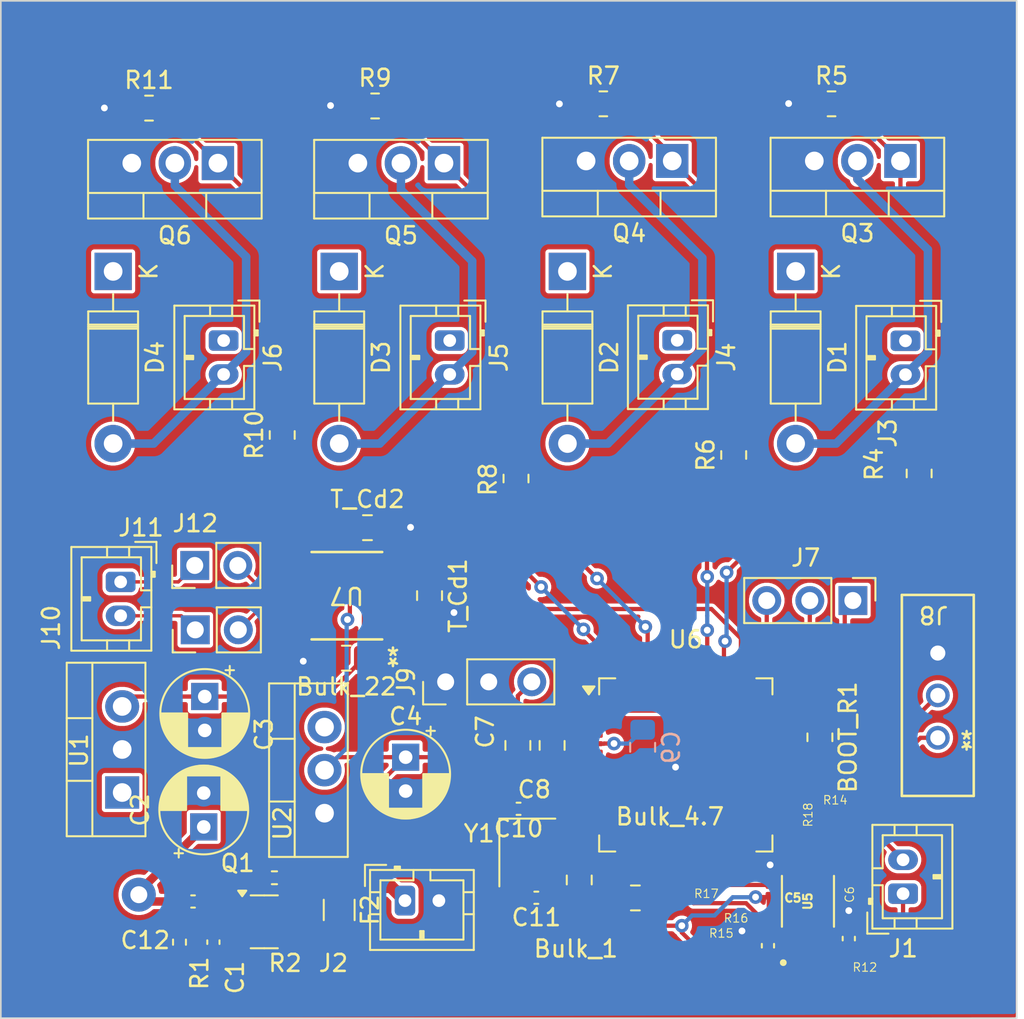
<source format=kicad_pcb>
(kicad_pcb (version 20241229) (generator "pcbnew") (generator_version "9.0")
  (layers (0 "F.Cu" signal) (4 "In1.Cu" signal) (6 "In2.Cu" signal) (2 "B.Cu" signal) (13 "F.Paste" user) (15 "B.Paste" user) (5 "F.SilkS" user "F.Silkscreen") (7 "B.SilkS" user "B.Silkscreen") (1 "F.Mask" user) (3 "B.Mask" user) (25 "Edge.Cuts" user))
  (net 0 "")
  (net 1 "GND")
  (net 2 "SLN1-")
  (net 3 "SLN2-")
  (net 4 "SLN3-")
  (net 5 "SLN4-")
  (net 6 "Net-(J8-Pin_2)")
  (net 7 "SDA")
  (net 8 "SCL")
  (net 9 "Net-(Q3-G)")
  (net 10 "Net-(Q4-G)")
  (net 11 "Net-(Q5-G)")
  (net 12 "Net-(Q6-G)")
  (net 13 "12V")
  (net 14 "S1CTRL")
  (net 15 "S2CTRL")
  (net 16 "S3CTRL")
  (net 17 "S4CTRL")
  (net 18 "RCC_OSC_IN")
  (net 21 "RCC_OSC_OUT")
  (net 26 "SCL_ext")
  (net 27 "SDA_ext")
  (net 28 "Net-(U5-EN)")
  (net 29 "Net-(U5-READY)")
  (net 30 "/SWCLK")
  (net 31 "VBAT")
  (net 32 "+12V_fuse")
  (net 33 "/SWDIO")
  (net 34 "/NRST")
  (net 53 "FDCAN_TX")
  (net 62 "USART1+")
  (net 64 "FDCAN_RX")
  (net 77 "USART1-")
  (net 78 "5V")
  (net 79 "CAN+")
  (net 80 "CAN-")
  (net 81 "3.3V")
  (net 82 "Net-(Q1-G)")
  (net 83 "Net-(Q1-S)")
  (footprint "Capacitor_SMD:C_0805_2012Metric_Pad1.18x1.45mm_HandSolder" (layer "F.Cu") (at 179.4005 93.2405 90)
    (property "Reference" "Bulk_1")
    (property "Value" "1uF")
  )
  (footprint "Crystal:Crystal_SMD_3225-4Pin_3.2x2.5mm" (layer "F.Cu") (at 176.338 91.6205 -90)
    (property "Reference" "Y1")
    (property "Value" "16Mhz")
  )
  (footprint "Connector_PinHeader_2.54mm:PinHeader_1x02_P2.54mm_Vertical" (layer "F.Cu") (at 156.7205 74.6805 90)
    (property "Reference" "J11")
    (property "Value" "Conn_01x02")
  )
  (footprint "Package_QFP:LQFP-64_10x10mm_P0.5mm" (layer "F.Cu") (at 185.6855 86.4505)
    (property "Reference" "U6")
    (property "Value" "STM32G0B1RETx")
  )
  (footprint "Connector_JST:JST_PH_B2B-PH-K_1x02_P2.00mm_Vertical" (layer "F.Cu") (at 158.4255 61.4065 -90)
    (property "Reference" "J6")
    (property "Value" "2X1")
  )
  (footprint "Package_TO_SOT_THT:TO-220-3_Vertical" (layer "F.Cu") (at 152.4405 88.0805 90)
    (property "Reference" "U1")
    (property "Value" "L7805")
  )
  (footprint "Package_TO_SOT_THT:TO-220-3_Vertical" (layer "F.Cu") (at 158.0875 50.9365 180)
    (property "Reference" "Q6")
    (property "Value" "FQP30N06L")
  )
  (footprint "Capacitor_SMD:C_0201_0603Metric" (layer "F.Cu") (at 190.5805 95.4355 90)
    (property "Reference" "R16")
    (property "Value" "10k")
  )
  (footprint "Connector_JST:JST_PH_B2B-PH-K_1x02_P2.00mm_Vertical" (layer "F.Cu") (at 198.6425 61.4225 -90)
    (property "Reference" "J3")
    (property "Value" "2X1")
  )
  (footprint "Resistor_SMD:R_0805_2012Metric_Pad1.20x1.40mm_HandSolder" (layer "F.Cu") (at 167.3585 47.5635)
    (property "Reference" "R9")
    (property "Value" "10k")
  )
  (footprint "Capacitor_SMD:C_0402_1005Metric" (layer "F.Cu") (at 157.8205 96.9105 -90)
    (property "Reference" "C1")
    (property "Value" "4.7u")
  )
  (footprint "Diode_THT:D_DO-41_SOD81_P10.16mm_Horizontal" (layer "F.Cu") (at 151.9065 57.3265 -90)
    (property "Reference" "D4")
    (property "Value" "1N47xxA")
  )
  (footprint "Capacitor_SMD:C_0805_2012Metric_Pad1.18x1.45mm_HandSolder" (layer "F.Cu") (at 165.6618 80.1505 180)
    (property "Reference" "Bulk_22")
    (property "Value" "22uF")
  )
  (footprint "Capacitor_SMD:C_0805_2012Metric_Pad1.18x1.45mm_HandSolder" (layer "F.Cu") (at 182.7105 94.3005)
    (property "Reference" "Bulk_4.7")
    (property "Value" "4.7uF")
  )
  (footprint "Capacitor_THT:CP_Radial_D5.0mm_P2.00mm" (layer "F.Cu") (at 169.1605 85.995388 -90)
    (property "Reference" "C4")
    (property "Value" "10u")
  )
  (footprint "Diode_THT:D_DO-41_SOD81_P10.16mm_Horizontal" (layer "F.Cu") (at 178.7035 57.3265 -90)
    (property "Reference" "D2")
    (property "Value" "1N47xxA")
  )
  (footprint "Connector_JST:JST_PH_B2B-PH-K_1x02_P2.00mm_Vertical" (layer "F.Cu") (at 152.35 75.65 -90)
    (property "Reference" "J12")
    (property "Value" "2X1")
  )
  (footprint "Connector_JST:JST_PH_B2B-PH-K_1x02_P2.00mm_Vertical" (layer "F.Cu") (at 169.1205 94.4605)
    (property "Reference" "J2")
    (property "Value" "2X1")
  )
  (footprint "Resistor_SMD:R_0805_2012Metric_Pad1.20x1.40mm_HandSolder" (layer "F.Cu") (at 154.0235 47.6905)
    (property "Reference" "R11")
    (property "Value" "10k")
  )
  (footprint "Diode_THT:D_DO-41_SOD81_P10.16mm_Horizontal" (layer "F.Cu") (at 192.1655 57.3265 -90)
    (property "Reference" "D1")
    (property "Value" "1N47xxA")
  )
  (footprint "Capacitor_SMD:C_0201_0603Metric" (layer "F.Cu") (at 195.3205 89.5805)
    (property "Reference" "R14")
    (property "Value" "10k")
  )
  (footprint "Capacitor_SMD:C_0402_1005Metric" (layer "F.Cu") (at 190.5305 97.1205 -90)
    (property "Reference" "C5")
    (property "Value" "0.1u")
  )
  (footprint "Connector_PinHeader_2.54mm:PinHeader_1x03_P2.54mm_Vertical" (layer "F.Cu") (at 171.52 81.55 90)
    (property "Reference" "J9")
    (property "Value" "Conn_01x03_Pin")
  )
  (footprint "Resistor_SMD:R_0805_2012Metric_Pad1.20x1.40mm_HandSolder" (layer "F.Cu") (at 193.5955 84.8205 -90)
    (property "Reference" "BOOT_R1")
    (property "Value" "10k")
  )
  (footprint "Capacitor_SMD:C_0201_0603Metric" (layer "F.Cu") (at 193.5555 90.7305)
    (property "Reference" "R18")
    (property "Value" "10k")
  )
  (footprint "Capacitor_SMD:C_0805_2012Metric_Pad1.18x1.45mm_HandSolder" (layer "F.Cu") (at 170.5705 76.4605 -90)
    (property "Reference" "T_Cd1")
    (property "Value" "100nF")
  )
  (footprint "Resistor_SMD:R_0805_2012Metric_Pad1.20x1.40mm_HandSolder" (layer "F.Cu") (at 180.8205 47.4365)
    (property "Reference" "R7")
    (property "Value" "10k")
  )
  (footprint "Package_TO_SOT_THT:TO-220-3_Vertical" (layer "F.Cu") (at 198.3465 50.8095 180)
    (property "Reference" "Q3")
    (property "Value" "FQP30N06L")
  )
  (footprint "Capacitor_SMD:C_0201_0603Metric" (layer "F.Cu") (at 187.7805 97.4405)
    (property "Reference" "R15")
    (property "Value" "10k")
  )
  (footprint "Capacitor_SMD:C_0402_1005Metric" (layer "F.Cu") (at 195.3 96.7 -90)
    (property "Reference" "C6")
    (property "Value" "0.1u")
  )
  (footprint "Capacitor_SMD:C_0201_0603Metric" (layer "F.Cu") (at 190.5905 93.8555 90)
    (property "Reference" "R17")
    (property "Value" "10k")
  )
  (footprint "Connector_JST:JST_PH_B2B-PH-K_1x02_P2.00mm_Vertical" (layer "F.Cu") (at 198.5 94.05 90)
    (property "Reference" "J1")
    (property "Value" "2X1")
  )
  (footprint "Connector_PinHeader_2.54mm:PinHeader_1x03_P2.54mm_Vertical" (layer "F.Cu") (at 195.54 76.75 -90)
    (property "Reference" "J7")
    (property "Value" "Conn_01x03_Pin")
  )
  (footprint "Capacitor_SMD:C_0402_1005Metric_Pad0.74x0.62mm_HandSolder" (layer "F.Cu") (at 176.868 94.2905 180)
    (property "Reference" "C11")
    (property "Value" "10pF")
  )
  (footprint "Capacitor_SMD:C_0805_2012Metric_Pad1.18x1.45mm_HandSolder" (layer "F.Cu") (at 177.8 85.3 -90)
    (property "Reference" "C8")
    (property "Value" "100nF")
  )
  (footprint "Capacitor_SMD:C_0805_2012Metric_Pad1.18x1.45mm_HandSolder" (layer "F.Cu") (at 166.908 72.4505)
    (property "Reference" "T_Cd2")
    (property "Value" "100nF")
  )
  (footprint "Resistor_SMD:R_0805_2012Metric_Pad1.20x1.40mm_HandSolder" (layer "F.Cu") (at 199.45 69.25 90)
    (property "Reference" "R4")
    (property "Value" "330")
  )
  (footprint "Capacitor_THT:CP_Radial_D5.0mm_P2.00mm" (layer "F.Cu") (at 157.2505 90.1105 90)
    (property "Reference" "C2")
    (property "Value" "10u")
  )
  (footprint "Capacitor_SMD:C_0201_0603Metric" (layer "F.Cu") (at 196.65 97.25 180)
    (property "Reference" "R12")
    (property "Value" "10k")
  )
  (footprint "custom_components:SOIC8_4P9X3P9MC_MCH" (layer "F.Cu") (at 165.6943 76.4655 180)
    (property "Reference" "U7")
    (property "Value" "ATA6561-GAQW-N")
  )
  (footprint "Connector_PinHeader_2.54mm:PinHeader_1x02_P2.54mm_Vertical" (layer "F.Cu") (at 156.7505 78.4805 90)
    (property "Reference" "J10")
    (property "Value" "Conn_01x02")
  )
  (footprint "Package_TO_SOT_THT:TO-220-3_Vertical" (layer "F.Cu") (at 171.4225 50.9365 180)
    (property "Reference" "Q5")
    (property "Value" "FQP30N06L")
  )
  (footprint "Diode_THT:D_DO-41_SOD81_P10.16mm_Horizontal" (layer "F.Cu") (at 165.2415 57.3265 -90)
    (property "Reference" "D3")
    (property "Value" "1N47xxA")
  )
  (footprint "Fuse:Fuse_1206_3216Metric" (layer "F.Cu") (at 165.2405 95.0105 -90)
    (property "Reference" "F2")
    (property "Value" "10A")
  )
  (footprint "Package_TO_SOT_SMD:SOT-23-3" (layer "F.Cu") (at 160.8205 95.7105)
    (property "Reference" "Q1")
    (property "Value" "NTR0202PLT1G")
  )
  (footprint "Resistor_SMD:R_0402_1005Metric" (layer "F.Cu") (at 161.4205 93.1105 180)
    (property "Reference" "R2")
    (property "Value" "100")
  )
  (footprint "Connector_JST:JST_PH_B2B-PH-K_1x02_P2.00mm_Vertical" (layer "F.Cu") (at 185.1805 61.3905 -90)
    (property "Reference" "J4")
    (property "Value" "2X1")
  )
  (footprint "Resistor_SMD:R_0805_2012Metric_Pad1.20x1.40mm_HandSolder" (layer "F.Cu") (at 175.6705 69.5505 90)
    (property "Reference" "R8")
    (property "Value" "330")
  )
  (footprint "Resistor_SMD:R_0805_2012Metric_Pad1.20x1.40mm_HandSolder" (layer "F.Cu") (at 161.8805 66.9805 90)
    (property "Reference" "R10")
    (property "Value" "330")
  )
  (footprint "Capacitor_SMD:C_0402_1005Metric_Pad0.74x0.62mm_HandSolder" (layer "F.Cu") (at 175.8205 89.0405 180)
    (property "Reference" "C10")
    (property "Value" "10pF")
  )
  (footprint "TCA4307:SOP65P490X110-8N" (layer "F.Cu") (at 192.8905 94.5005 90)
    (property "Reference" "U5")
    (property "Value" "TCA4307")
  )
  (footprint "Capacitor_SMD:C_0805_2012Metric_Pad1.18x1.45mm_HandSolder" (layer "F.Cu") (at 175.78 85.3 -90)
    (property "Reference" "C7")
    (property "Value" "100nF")
  )
  (footprint "Connector_JST:JST_PH_B2B-PH-K_1x02_P2.00mm_Vertical" (layer "F.Cu") (at 171.7605 61.4065 -90)
    (property "Reference" "J5")
    (property "Value" "2X1")
  )
  (footprint "Resistor_SMD:R_0402_1005Metric" (layer "F.Cu") (at 155.8205 96.9105 -90)
    (property "Reference" "R1")
    (property "Value" "47k")
  )
  (footprint "Capacitor_THT:CP_Radial_D5.0mm_P2.00mm" (layer "F.Cu") (at 157.3105 82.415388 -90)
    (property "Reference" "C3")
    (property "Value" "10u")
  )
  (footprint "Resistor_SMD:R_0805_2012Metric_Pad1.20x1.40mm_HandSolder" (layer "F.Cu") (at 194.2825 47.4365)
    (property "Reference" "R5")
    (property "Value" "10k")
  )
  (footprint "Package_TO_SOT_THT:TO-220-3_Vertical" (layer "F.Cu") (at 184.8845 50.8095 180)
    (property "Reference" "Q4")
    (property "Value" "FQP30N06L")
  )
  (footprint "Capacitor_SMD:C_0402_1005Metric" (layer "F.Cu") (at 156.6205 94.5105 180)
    (property "Reference" "C12")
    (property "Value" "4.7u")
  )
  (footprint "custom_components:slide_switch_EGER1218_Thruster" (layer "F.Cu") (at 200.55 84.85 180)
    (property "Reference" "J8")
    (property "Value" "Conn_01x03")
  )
  (footprint "Resistor_SMD:R_0805_2012Metric_Pad1.20x1.40mm_HandSolder" (layer "F.Cu") (at 188.5105 68.1605 90)
    (property "Reference" "R6")
    (property "Value" "330")
  )
  (footprint "Package_TO_SOT_THT:TO-220-3_Vertical" (layer "F.Cu") (at 164.3755 89.3005 90)
    (property "Reference" "U2")
    (property "Value" "LD1117V33")
  )
  (footprint "Capacitor_SMD:C_0805_2012Metric_Pad1.18x1.45mm_HandSolder" (layer "B.Cu") (at 183.1405 85.4105 90)
    (property "Reference" "C9")
    (property "Value" "100nF")
  )
  (gr_rect (start 145.283113 41.359887) (end 205.2 101.4) (stroke (width 0.1)) (fill no) (layer "Edge.Cuts"))
  (segment (start 161.9305 93.1105) (end 161.9305 91.7455) (width 0.5) (layer "F.Cu") (net 1))
  (segment (start 177.85 86.8375) (end 177.987 86.7005) (width 0.25) (layer "F.Cu") (net 1))
  (segment (start 177.8355 86.533) (end 177.8705 86.498) (width 0.25) (layer "F.Cu") (net 1))
  (segment (start 179.8205 47.4365) (end 179.8045 47.4525) (width 0.25) (layer "F.Cu") (net 1))
  (segment (start 169.1605 87.995388) (end 173.885612 92.7205) (width 0.25) (layer "F.Cu") (net 1))
  (segment (start 163.2305 78.7567) (end 164.6243 80.1505) (width 0.25) (layer "F.Cu") (net 1))
  (segment (start 171.973 77.498) (end 172.0105 77.4605) (width 0.25) (layer "F.Cu") (net 1))
  (segment (start 176.9365 94.9265) (end 176.3005 94.2905) (width 0.25) (layer "F.Cu") (net 1))
  (segment (start 190.14 96.25) (end 190.5305 96.6405) (width 0.25) (layer "F.Cu") (net 1))
  (segment (start 193.2665 47.4525) (end 193.2665 50.8095) (width 0.25) (layer "F.Cu") (net 1))
  (segment (start 175.488 92.443) (end 175.488 92.7205) (width 0.25) (layer "F.Cu") (net 1))
  (segment (start 156.185388 85.5405) (end 157.3105 84.415388) (width 0.25) (layer "F.Cu") (net 1))
  (segment (start 179.4005 94.278) (end 178.752 94.9265) (width 0.25) (layer "F.Cu") (net 1))
  (segment (start 173.885612 92.7205) (end 175.488 92.7205) (width 0.25) (layer "F.Cu") (net 1))
  (segment (start 152.4405 85.5405) (end 156.185388 85.5405) (width 0.25) (layer "F.Cu") (net 1))
  (segment (start 191.7665 47.4365) (end 191.7505 47.4205) (width 0.25) (layer "F.Cu") (net 1))
  (segment (start 169.1605 87.995388) (end 174.122112 87.995388) (width 0.25) (layer "F.Cu") (net 1))
  (segment (start 166.3585 47.5635) (end 166.3425 47.5795) (width 0.25) (layer "F.Cu") (net 1))
  (segment (start 175.488 93.478) (end 175.488 92.7205) (width 0.25) (layer "F.Cu") (net 1))
  (segment (start 170.205612 89.0405) (end 169.1605 87.995388) (width 0.25) (layer "F.Cu") (net 1))
  (segment (start 178.187 86.7245) (end 179.3 86.7245) (width 0.25) (layer "F.Cu") (net 1))
  (segment (start 166.3585 47.5635) (end 164.7535 47.5635) (width 0.25) (layer "F.Cu") (net 1))
  (segment (start 177.8705 86.498) (end 178.073 86.7005) (width 0.25) (layer "F.Cu") (net 1))
  (segment (start 161.9305 91.7455) (end 164.3755 89.3005) (width 0.5) (layer "F.Cu") (net 1))
  (segment (start 195.3 95.05) (end 195.3 96.22) (width 0.25) (layer "F.Cu") (net 1))
  (segment (start 177.188 90.5205) (end 177.188 90.743) (width 0.25) (layer "F.Cu") (net 1))
  (segment (start 164.6243 80.1505) (end 163.3005 80.1505) (width 0.25) (layer "F.Cu") (net 1))
  (segment (start 177.8 86.3375) (end 178.187 86.7245) (width 0.25) (layer "F.Cu") (net 1))
  (segment (start 169.4305 72.4505) (end 169.4505 72.4305) (width 0.25) (layer "F.Cu") (net 1))
  (segment (start 163.2305 78.3705) (end 163.2305 78.7567) (width 0.25) (layer "F.Cu") (net 1))
  (segment (start 179.8205 47.4365) (end 178.2345 47.4365) (width 0.25) (layer "F.Cu") (net 1))
  (segment (start 153.0075 47.7065) (end 153.0075 50.9365) (width 0.25) (layer "F.Cu") (net 1))
  (segment (start 153.0235 47.6905) (end 151.4005 47.6905) (width 0.25) (layer "F.Cu") (net 1))
  (segment (start 178.752 94.9265) (end 176.9365 94.9265) (width 0.25) (layer "F.Cu") (net 1))
  (segment (start 170.173 77.1005) (end 170.5705 77.498) (width 0.25) (layer "F.Cu") (net 1))
  (segment (start 193.2825 47.4365) (end 191.7665 47.4365) (width 0.25) (layer "F.Cu") (net 1))
  (segment (start 177.6705 86.698) (end 177.8705 86.498) (width 0.25) (layer "F.Cu") (net 1))
  (segment (start 189 96.25) (end 190.14 96.25) (width 0.25) (layer "F.Cu") (net 1))
  (segment (start 164.7535 47.5635) (end 164.7305 47.5405) (width 0.25) (layer "F.Cu") (net 1))
  (segment (start 170.5705 77.498) (end 171.973 77.498) (width 0.25) (layer "F.Cu") (net 1))
  (segment (start 166.3425 47.5795) (end 166.3425 50.9365) (width 0.25) (layer "F.Cu") (net 1))
  (segment (start 190.6605 92.3505) (end 191.9155 92.3505) (width 0.25) (layer "F.Cu") (net 1))
  (segment (start 174.122112 87.995388) (end 175.78 86.3375) (width 0.25) (layer "F.Cu") (net 1))
  (segment (start 177.188 90.743) (end 175.488 92.443) (width 0.25) (layer "F.Cu") (net 1))
  (segment (start 178.2345 47.4365) (end 178.2305 47.4405) (width 0.25) (layer "F.Cu") (net 1))
  (segment (start 193.2825 47.4365) (end 193.2665 47.4525) (width 0.25) (layer "F.Cu") (net 1))
  (segment (start 153.0235 47.6905) (end 153.0075 47.7065) (width 0.25) (layer "F.Cu") (net 1))
  (segment (start 176.3005 94.2905) (end 175.488 93.478) (width 0.25) (layer "F.Cu") (net 1))
  (segment (start 168.1581 77.1005) (end 170.173 77.1005) (width 0.25) (layer "F.Cu") (net 1))
  (segment (start 163.3005 80.1505) (end 163.1205 80.3305) (width 0.25) (layer "F.Cu") (net 1))
  (segment (start 151.4005 47.6905) (end 151.3905 47.6805) (width 0.25) (layer "F.Cu") (net 1))
  (segment (start 167.9455 72.4505) (end 169.4305 72.4505) (width 0.25) (layer "F.Cu") (net 1))
  (segment (start 179.8045 47.4525) (end 179.8045 50.8095) (width 0.25) (layer "F.Cu") (net 1))
  (via (at 195.3 95.05) (size 0.8) (drill 0.4) (layers "F.Cu" "B.Cu") (net 1))
  (via (at 189 96.25) (size 0.8) (drill 0.4) (layers "F.Cu" "B.Cu") (net 1))
  (via (at 191.7505 47.4205) (size 0.8) (drill 0.4) (layers "F.Cu" "B.Cu") (net 1))
  (via (at 178.2305 47.4405) (size 0.8) (drill 0.4) (layers "F.Cu" "B.Cu") (net 1))
  (via (at 172.0105 77.4605) (size 0.8) (drill 0.4) (layers "F.Cu" "B.Cu") (net 1))
  (via (at 163.1205 80.3305) (size 0.8) (drill 0.4) (layers "F.Cu" "B.Cu") (net 1))
  (via (at 190.6605 92.3505) (size 0.8) (drill 0.4) (layers "F.Cu" "B.Cu") (net 1))
  (via (at 169.4505 72.4305) (size 0.8) (drill 0.4) (layers "F.Cu" "B.Cu") (net 1))
  (via (at 164.7305 47.5405) (size 0.8) (drill 0.4) (layers "F.Cu" "B.Cu") (net 1))
  (via (at 185.0805 86.5805) (size 0.8) (drill 0.4) (layers "F.Cu" "B.Cu") (net 1))
  (via (at 151.3905 47.6805) (size 0.8) (drill 0.4) (layers "F.Cu" "B.Cu") (net 1))
  (segment (start 183.273 86.5805) (end 183.1405 86.448) (width 0.25) (layer "B.Cu") (net 1))
  (segment (start 167.172613 88.631387) (end 167.045613 88.504387) (width 0.25) (layer "B.Cu") (net 1))
  (segment (start 182.918 86.6705) (end 183.1405 86.448) (width 0.25) (layer "B.Cu") (net 1))
  (segment (start 185.0805 86.5805) (end 183.273 86.5805) (width 0.25) (layer "B.Cu") (net 1))
  (segment (start 167.045613 88.504387) (end 167.045613 88.504387) (width 0.25) (layer "B.Cu") (net 1))
  (segment (start 198.6425 63.4225) (end 198.6165 63.4225) (width 0.5) (layer "F.Cu") (net 2))
  (segment (start 195.8065 50.8095) (end 195.8065 51.8815) (width 0.5) (layer "F.Cu") (net 2))
  (segment (start 194.5525 67.4865) (end 192.1655 67.4865) (width 0.5) (layer "B.Cu") (net 2))
  (segment (start 199.9675 56.0425) (end 199.9675 62.0975) (width 0.5) (layer "B.Cu") (net 2))
  (segment (start 198.6165 63.4225) (end 194.5525 67.4865) (width 0.5) (layer "B.Cu") (net 2))
  (segment (start 195.8065 51.8815) (end 199.9675 56.0425) (width 0.5) (layer "B.Cu") (net 2))
  (segment (start 199.9675 62.0975) (end 198.6425 63.4225) (width 0.5) (layer "B.Cu") (net 2))
  (segment (start 185.1805 63.3905) (end 185.1805 63.3965) (width 0.5) (layer "F.Cu") (net 3))
  (segment (start 186.6625 61.9085) (end 185.1805 63.3905) (width 0.5) (layer "B.Cu") (net 3))
  (segment (start 181.0905 67.4865) (end 178.7035 67.4865) (width 0.5) (layer "B.Cu") (net 3))
  (segment (start 186.6625 56.5325) (end 186.6625 61.9085) (width 0.5) (layer "B.Cu") (net 3))
  (segment (start 182.3445 52.2145) (end 186.6625 56.5325) (width 0.5) (layer "B.Cu") (net 3))
  (segment (start 185.1805 63.3965) (end 181.0905 67.4865) (width 0.5) (layer "B.Cu") (net 3))
  (segment (start 185.613613 63.231387) (end 185.629613 63.215387) (width 0.5) (layer "B.Cu") (net 3))
  (segment (start 182.3445 50.8095) (end 182.3445 52.2145) (width 0.5) (layer "B.Cu") (net 3))
  (segment (start 185.629613 63.215387) (end 185.661613 63.247387) (width 0.5) (layer "B.Cu") (net 3))
  (segment (start 171.7605 63.4065) (end 171.7085 63.4065) (width 0.5) (layer "F.Cu") (net 4))
  (segment (start 173.0855 56.7195) (end 173.0855 62.0815) (width 0.5) (layer "B.Cu") (net 4))
  (segment (start 173.0855 62.0815) (end 171.7605 63.4065) (width 0.5) (layer "B.Cu") (net 4))
  (segment (start 167.6285 67.4865) (end 165.2415 67.4865) (width 0.5) (layer "B.Cu") (net 4))
  (segment (start 168.8825 50.9365) (end 168.8825 52.5165) (width 0.5) (layer "B.Cu") (net 4))
  (segment (start 171.7085 63.4065) (end 167.6285 67.4865) (width 0.5) (layer "B.Cu") (net 4))
  (segment (start 168.8825 52.5165) (end 173.0855 56.7195) (width 0.5) (layer "B.Cu") (net 4))
  (segment (start 158.4255 63.4065) (end 158.3735 63.4065) (width 0.5) (layer "F.Cu") (net 5))
  (segment (start 154.2935 67.4865) (end 151.9065 67.4865) (width 0.5) (layer "B.Cu") (net 5))
  (segment (start 159.7505 56.4655) (end 159.7505 62.0815) (width 0.5) (layer "B.Cu") (net 5))
  (segment (start 155.5475 50.9365) (end 155.5475 52.2625) (width 0.5) (layer "B.Cu") (net 5))
  (segment (start 159.7505 62.0815) (end 158.4255 63.4065) (width 0.5) (layer "B.Cu") (net 5))
  (segment (start 155.5475 52.2625) (end 159.7505 56.4655) (width 0.5) (layer "B.Cu") (net 5))
  (segment (start 158.3735 63.4065) (end 154.2935 67.4865) (width 0.5) (layer "B.Cu") (net 5))
  (segment (start 193.5955 85.8205) (end 197.0795 85.8205) (width 0.25) (layer "F.Cu") (net 6))
  (segment (start 197.0795 85.8205) (end 200.55 82.35) (width 0.25) (layer "F.Cu") (net 6))
  (segment (start 190.775726 95.7555) (end 190.5805 95.7555) (width 0.25) (layer "F.Cu") (net 7))
  (segment (start 189.240274 94.6105) (end 186.14269 94.6105) (width 0.25) (layer "F.Cu") (net 7))
  (segment (start 190.385274 95.7555) (end 189.240274 94.6105) (width 0.25) (layer "F.Cu") (net 7))
  (segment (start 192.5655 95.87786) (end 192.18814 95.5005) (width 0.25) (layer "F.Cu") (net 7))
  (segment (start 186.14269 94.6105) (end 184.9355 93.40331) (width 0.25) (layer "F.Cu") (net 7))
  (segment (start 184.9355 93.40331) (end 184.9355 92.1255) (width 0.25) (layer "F.Cu") (net 7))
  (segment (start 192.18814 95.5005) (end 191.030726 95.5005) (width 0.25) (layer "F.Cu") (net 7))
  (segment (start 191.030726 95.5005) (end 190.775726 95.7555) (width 0.25) (layer "F.Cu") (net 7))
  (segment (start 192.5655 96.6505) (end 192.5655 95.87786) (width 0.25) (layer "F.Cu") (net 7))
  (segment (start 190.5805 95.7555) (end 190.385274 95.7555) (width 0.25) (layer "F.Cu") (net 7))
  (segment (start 185.8705 93.5355) (end 185.4355 93.1005) (width 0.25) (layer "F.Cu") (net 8))
  (segment (start 185.4355 93.1005) (end 185.4355 92.1255) (width 0.25) (layer "F.Cu") (net 8))
  (segment (start 192.5655 92.3505) (end 192.5655 93.12314) (width 0.25) (layer "F.Cu") (net 8))
  (segment (start 190.5905 93.5355) (end 185.8705 93.5355) (width 0.25) (layer "F.Cu") (net 8))
  (segment (start 192.15314 93.5355) (end 190.5905 93.5355) (width 0.25) (layer "F.Cu") (net 8))
  (segment (start 192.5655 93.12314) (end 192.15314 93.5355) (width 0.25) (layer "F.Cu") (net 8))
  (segment (start 195.2825 47.7455) (end 198.3465 50.8095) (width 0.25) (layer "F.Cu") (net 9))
  (segment (start 201.1205 66.5795) (end 199.45 68.25) (width 0.25) (layer "F.Cu") (net 9))
  (segment (start 201.1205 55.2105) (end 201.1205 66.5795) (width 0.25) (layer "F.Cu") (net 9))
  (segment (start 201.1205 55.2105) (end 198.3465 52.4365) (width 0.25) (layer "F.Cu") (net 9))
  (segment (start 195.2825 47.4365) (end 195.2825 47.7455) (width 0.25) (layer "F.Cu") (net 9))
  (segment (start 198.3465 52.4365) (end 198.3465 50.8095) (width 0.25) (layer "F.Cu") (net 9))
  (segment (start 188.5105 54.4355) (end 188.5105 67.1605) (width 0.25) (layer "F.Cu") (net 10))
  (segment (start 181.8205 47.4365) (end 184.8845 50.5005) (width 0.25) (layer "F.Cu") (net 10))
  (segment (start 184.8845 50.5005) (end 184.8845 50.8095) (width 0.25) (layer "F.Cu") (net 10))
  (segment (start 184.8845 50.8095) (end 188.5105 54.4355) (width 0.25) (layer "F.Cu") (net 10))
  (segment (start 168.3585 47.8725) (end 171.4225 50.9365) (width 0.25) (layer "F.Cu") (net 11))
  (segment (start 175.6705 55.1845) (end 171.4225 50.9365) (width 0.25) (layer "F.Cu") (net 11))
  (segment (start 168.3585 47.5635) (end 168.3585 47.8725) (width 0.25) (layer "F.Cu") (net 11))
  (segment (start 175.6705 68.5505) (end 175.6705 55.1845) (width 0.25) (layer "F.Cu") (net 11))
  (segment (start 161.8805 65.9805) (end 161.8805 54.7295) (width 0.25) (layer "F.Cu") (net 12))
  (segment (start 155.0235 47.6905) (end 155.0235 47.8725) (width 0.25) (layer "F.Cu") (net 12))
  (segment (start 155.0235 47.8725) (end 158.0875 50.9365) (width 0.25) (layer "F.Cu") (net 12))
  (segment (start 161.8805 54.7295) (end 158.0875 50.9365) (width 0.25) (layer "F.Cu") (net 12))
  (segment (start 158.433 93.5105) (end 156.830501 93.5105) (width 0.5) (layer "F.Cu") (net 13))
  (segment (start 153.4205 94.1105) (end 153.4205 93.9405) (width 0.5) (layer "F.Cu") (net 13))
  (segment (start 153.4205 93.9405) (end 157.2505 90.1105) (width 0.5) (layer "F.Cu") (net 13))
  (segment (start 153.8205 94.5105) (end 153.4205 94.1105) (width 0.5) (layer "F.Cu") (net 13))
  (segment (start 156.1405 94.200501) (end 156.1405 94.5105) (width 0.5) (layer "F.Cu") (net 13))
  (segment (start 159.683 94.7605) (end 158.433 93.5105) (width 0.5) (layer "F.Cu") (net 13))
  (segment (start 156.1405 94.5105) (end 153.8205 94.5105) (width 0.5) (layer "F.Cu") (net 13))
  (segment (start 156.830501 93.5105) (end 156.1405 94.200501) (width 0.5) (layer "F.Cu") (net 13))
  (via (at 153.4205 94.1105) (size 2) (drill 1) (layers "F.Cu" "B.Cu") (net 13))
  (segment (start 188.0905 75.0905) (end 187.9355 75.2455) (width 0.25) (layer "F.Cu") (net 14))
  (segment (start 188 79.15) (end 187.9355 79.2145) (width 0.25) (layer "F.Cu") (net 14))
  (segment (start 199.45 70.25) (end 192.931 70.25) (width 0.25) (layer "F.Cu") (net 14))
  (segment (start 192.931 70.25) (end 188.0905 75.0905) (width 0.25) (layer "F.Cu") (net 14))
  (segment (start 187.9355 79.2145) (end 187.9355 80.7755) (width 0.25) (layer "F.Cu") (net 14))
  (via (at 188 79.15) (size 0.8) (drill 0.4) (layers "F.Cu" "B.Cu") (net 14))
  (via (at 188.0905 75.0905) (size 0.8) (drill 0.4) (layers "F.Cu" "B.Cu") (net 14))
  (segment (start 188.0905 75.0905) (end 188.0905 79.0595) (width 0.25) (layer "B.Cu") (net 14))
  (segment (start 188.0905 79.0595) (end 188 79.15) (width 0.25) (layer "B.Cu") (net 14))
  (segment (start 186.95 80.761) (end 186.9355 80.7755) (width 0.25) (layer "F.Cu") (net 15))
  (segment (start 186.95 78.5) (end 186.95 80.761) (width 0.25) (layer "F.Cu") (net 15))
  (segment (start 186.9355 70.7355) (end 186.9355 75.3355) (width 0.25) (layer "F.Cu") (net 15))
  (segment (start 186.9355 70.7355) (end 188.5105 69.1605) (width 0.25) (layer "F.Cu") (net 15))
  (segment (start 186.9355 75.3355) (end 186.95 75.35) (width 0.25) (layer "F.Cu") (net 15))
  (via (at 186.95 75.35) (size 0.8) (drill 0.4) (layers "F.Cu" "B.Cu") (net 15))
  (via (at 186.95 78.5) (size 0.8) (drill 0.4) (layers "F.Cu" "B.Cu") (net 15))
  (segment (start 186.95 77.65) (end 186.95 78.5) (width 0.25) (layer "B.Cu") (net 15))
  (segment (start 186.95 75.35) (end 186.95 77.65) (width 0.25) (layer "B.Cu") (net 15))
  (segment (start 183.3 78.3) (end 183.4355 78.4355) (width 0.25) (layer "F.Cu") (net 16))
  (segment (start 183.4355 78.4355) (end 183.4355 80.7755) (width 0.25) (layer "F.Cu") (net 16))
  (segment (start 175.6705 70.6705) (end 180.45 75.45) (width 0.25) (layer "F.Cu") (net 16))
  (segment (start 175.6705 70.5505) (end 175.6705 70.6705) (width 0.25) (layer "F.Cu") (net 16))
  (via (at 180.45 75.45) (size 0.8) (drill 0.4) (layers "F.Cu" "B.Cu") (net 16))
  (via (at 183.3 78.3) (size 0.8) (drill 0.4) (layers "F.Cu" "B.Cu") (net 16))
  (segment (start 180.45 75.45) (end 183.3 78.3) (width 0.25) (layer "B.Cu") (net 16))
  (segment (start 161.8805 67.9805) (end 163.9405 70.0405) (width 0.25) (layer "F.Cu") (net 17))
  (segment (start 179.65 78.45) (end 179.65 78.49) (width 0.25) (layer "F.Cu") (net 17))
  (segment (start 171.2405 70.0405) (end 177.15 75.95) (width 0.25) (layer "F.Cu") (net 17))
  (segment (start 181.9595 80.7595) (end 181.9595 80.9105) (width 0.25) (layer "F.Cu") (net 17))
  (segment (start 163.9405 70.0405) (end 164.0705 70.0405) (width 0.25) (layer "F.Cu") (net 17))
  (segment (start 164.0705 70.0405) (end 171.2405 70.0405) (width 0.25) (layer "F.Cu") (net 17))
  (segment (start 179.65 78.49) (end 181.9355 80.7755) (width 0.25) (layer "F.Cu") (net 17))
  (segment (start 177.15 75.95) (end 177.2 75.95) (width 0.25) (layer "F.Cu") (net 17))
  (via (at 179.65 78.45) (size 0.8) (drill 0.4) (layers "F.Cu" "B.Cu") (net 17))
  (via (at 177.15 75.95) (size 0.8) (drill 0.4) (layers "F.Cu" "B.Cu") (net 17))
  (segment (start 177.15 75.95) (end 179.65 78.45) (width 0.25) (layer "B.Cu") (net 17))
  (segment (start 179.65 78.45) (end 179.75 78.45) (width 0.25) (layer "B.Cu") (net 17))
  (segment (start 176.388 89.0405) (end 175.488 89.9405) (width 0.25) (layer "F.Cu") (net 18))
  (segment (start 177.188512 89.0405) (end 179.028512 87.2005) (width 0.25) (layer "F.Cu") (net 18))
  (segment (start 179.028512 87.2005) (end 180.0105 87.2005) (width 0.25) (layer "F.Cu") (net 18))
  (segment (start 175.488 89.9405) (end 175.488 90.5205) (width 0.25) (layer "F.Cu") (net 18))
  (segment (start 176.388 89.0405) (end 177.188512 89.0405) (width 0.25) (layer "F.Cu") (net 18))
  (segment (start 178.3305 93.8505) (end 177.8905 94.2905) (width 0.25) (layer "F.Cu") (net 21))
  (segment (start 178.3405 93.8505) (end 178.3305 93.8505) (width 0.25) (layer "F.Cu") (net 21))
  (segment (start 177.4355 94.2905) (end 177.4355 94.1355) (width 0.25) (layer "F.Cu") (net 21))
  (segment (start 179.166322 87.7005) (end 178.7305 88.136322) (width 0.25) (layer "F.Cu") (net 21))
  (segment (start 177.4355 94.2905) (end 177.4355 92.968) (width 0.25) (layer "F.Cu") (net 21))
  (segment (start 177.4355 92.968) (end 177.188 92.7205) (width 0.25) (layer "F.Cu") (net 21))
  (segment (start 178.3405 91.4205) (end 178.3405 93.8505) (width 0.25) (layer "F.Cu") (net 21))
  (segment (start 178.7305 88.136322) (end 178.7305 91.0305) (width 0.25) (layer "F.Cu") (net 21))
  (segment (start 180.0105 87.7005) (end 179.166322 87.7005) (width 0.25) (layer "F.Cu") (net 21))
  (segment (start 177.8905 94.2905) (end 177.4355 94.2905) (width 0.25) (layer "F.Cu") (net 21))
  (segment (start 178.7305 91.0305) (end 178.3405 91.4205) (width 0.25) (layer "F.Cu") (net 21))
  (segment (start 195.6405 91.715501) (end 195.6405 89.5805) (width 0.25) (layer "F.Cu") (net 26))
  (segment (start 194.20814 93.4305) (end 193.52286 93.4305) (width 0.25) (layer "F.Cu") (net 26))
  (segment (start 193.52286 93.4305) (end 193.2155 93.12314) (width 0.25) (layer "F.Cu") (net 26))
  (segment (start 194.4315 92.924501) (end 194.4315 93.20714) (width 0.25) (layer "F.Cu") (net 26))
  (segment (start 194.4315 92.924501) (end 195.6405 91.715501) (width 0.25) (layer "F.Cu") (net 26))
  (segment (start 194.4315 93.20714) (end 194.20814 93.4305) (width 0.25) (layer "F.Cu") (net 26))
  (segment (start 193.2155 93.12314) (end 193.2155 92.3505) (width 0.25) (layer "F.Cu") (net 26))
  (segment (start 198.4605 92.4005) (end 198.4605 92.4105) (width 0.25) (layer "F.Cu") (net 26))
  (segment (start 198.5 92.05) (end 196.0305 89.5805) (width 0.25) (layer "F.Cu") (net 26))
  (segment (start 196.0305 89.5805) (end 195.6405 89.5805) (width 0.25) (layer "F.Cu") (net 26))
  (segment (start 193.2155 92.3505) (end 193.2155 91.57786) (width 0.25) (layer "F.Cu") (net 26))
  (segment (start 196.97 97.25) (end 196.97 97.449999) (width 0.25) (layer "F.Cu") (net 27))
  (segment (start 193.57836 97.786) (end 193.2155 97.42314) (width 0.25) (layer "F.Cu") (net 27))
  (segment (start 198.5 95.72) (end 196.97 97.25) (width 0.25) (layer "F.Cu") (net 27))
  (segment (start 196.97 97.449999) (end 196.633999 97.786) (width 0.25) (layer "F.Cu") (net 27))
  (segment (start 198.5 94.05) (end 198.5 95.72) (width 0.25) (layer "F.Cu") (net 27))
  (segment (start 196.633999 97.786) (end 193.57836 97.786) (width 0.25) (layer "F.Cu") (net 27))
  (segment (start 193.2155 97.42314) (end 193.2155 96.6505) (width 0.25) (layer "F.Cu") (net 27))
  (segment (start 190.5305 97.6005) (end 189.2505 97.6005) (width 0.25) (layer "F.Cu") (net 28))
  (segment (start 190.5305 97.6005) (end 190.9655 97.6005) (width 0.25) (layer "F.Cu") (net 28))
  (segment (start 190.9655 97.6005) (end 191.9155 96.6505) (width 0.25) (layer "F.Cu") (net 28))
  (segment (start 189.2505 97.6005) (end 189.0905 97.4405) (width 0.25) (layer "F.Cu") (net 28))
  (segment (start 189.0905 97.4405) (end 188.1005 97.4405) (width 0.25) (layer "F.Cu") (net 28))
  (segment (start 193.8755 92.3405) (end 193.8655 92.3505) (width 0.25) (layer "F.Cu") (net 29))
  (segment (start 193.8755 90.7305) (end 193.8755 92.3405) (width 0.25) (layer "F.Cu") (net 29))
  (segment (start 195.0605 77.6305) (end 195.0605 82.3555) (width 0.25) (layer "F.Cu") (net 30))
  (segment (start 193.4755 83.7005) (end 191.3605 83.7005) (width 0.25) (layer "F.Cu") (net 30))
  (segment (start 193.5955 83.8205) (end 193.4755 83.7005) (width 0.25) (layer "F.Cu") (net 30))
  (segment (start 195.0605 82.3555) (end 193.5955 83.8205) (width 0.25) (layer "F.Cu") (net 30))
  (segment (start 181.4505 85.1905) (end 180.864678 85.1905) (width 0.25) (layer "F.Cu") (net 31))
  (segment (start 180.854678 85.2005) (end 180.0105 85.2005) (width 0.25) (layer "F.Cu") (net 31))
  (segment (start 180.864678 85.1905) (end 180.854678 85.2005) (width 0.25) (layer "F.Cu") (net 31))
  (via (at 181.4505 85.1905) (size 0.8) (drill 0.4) (layers "F.Cu" "B.Cu") (net 31))
  (segment (start 183.1655 84.0505) (end 183.1705 84.0455) (width 0.25) (layer "B.Cu") (net 31))
  (segment (start 182.323 85.1905) (end 183.1405 84.373) (width 0.25) (layer "B.Cu") (net 31))
  (segment (start 181.4505 85.1905) (end 182.323 85.1905) (width 0.25) (layer "B.Cu") (net 31))
  (segment (start 169.1205 94.4605) (end 168.3005 93.6405) (width 0.75) (layer "F.Cu") (net 32))
  (segment (start 168.3005 93.6405) (end 165.3605 93.6405) (width 0.75) (layer "F.Cu") (net 32))
  (segment (start 193 79.261) (end 193 76.75) (width 0.25) (layer "F.Cu") (net 33))
  (segment (start 190.2595 82.0015) (end 193 79.261) (width 0.25) (layer "F.Cu") (net 33))
  (segment (start 191.3605 84.2005) (end 190.516322 84.2005) (width 0.25) (layer "F.Cu") (net 33))
  (segment (start 190.516322 84.2005) (end 190.2595 83.943678) (width 0.25) (layer "F.Cu") (net 33))
  (segment (start 190.2595 83.943678) (end 190.2595 82.0015) (width 0.25) (layer "F.Cu") (net 33))
  (segment (start 185.6705 88.2005) (end 189.8085 84.0625) (width 0.25) (layer "F.Cu") (net 34))
  (segment (start 189.8085 84.0625) (end 189.8085 81.81469) (width 0.25) (layer "F.Cu") (net 34))
  (segment (start 189.8085 81.81469) (end 190.46 81.16319) (width 0.25) (layer "F.Cu") (net 34))
  (segment (start 190.46 81.16319) (end 190.46 76.75) (width 0.25) (layer "F.Cu") (net 34))
  (segment (start 180.0105 88.2005) (end 185.6705 88.2005) (width 0.25) (layer "F.Cu") (net 34))
  (segment (start 187.55 83.25) (end 188.4355 82.3645) (width 0.25) (layer "F.Cu") (net 53))
  (segment (start 168.1581 78.3705) (end 169.3376 79.55) (width 0.25) (layer "F.Cu") (net 53))
  (segment (start 169.3376 79.55) (end 178.55 79.55) (width 0.25) (layer "F.Cu") (net 53))
  (segment (start 188.4355 82.3645) (end 188.4355 80.7755) (width 0.25) (layer "F.Cu") (net 53))
  (segment (start 178.55 79.55) (end 182.25 83.25) (width 0.25) (layer "F.Cu") (net 53))
  (segment (start 182.25 83.25) (end 187.55 83.25) (width 0.25) (layer "F.Cu") (net 53))
  (segment (start 168.1581 74.5605) (end 168.4981 74.2205) (width 0.25) (layer "F.Cu") (net 64))
  (segment (start 168.1581 74.5605) (end 168.7605 74.5605) (width 0.25) (layer "F.Cu") (net 64))
  (segment (start 168.4981 74.2205) (end 173.9705 74.2205) (width 0.25) (layer "F.Cu") (net 64))
  (segment (start 177 77.25) (end 187.2 77.25) (width 0.25) (layer "F.Cu") (net 64))
  (segment (start 173.9705 74.2205) (end 177 77.25) (width 0.25) (layer "F.Cu") (net 64))
  (segment (start 187.2 77.25) (end 188.9355 78.9855) (width 0.25) (layer "F.Cu") (net 64))
  (segment (start 188.9355 78.9855) (end 188.9355 80.7755) (width 0.25) (layer "F.Cu") (net 64))
  (segment (start 157.3105 82.415388) (end 153.025612 82.415388) (width 0.25) (layer "F.Cu") (net 78))
  (segment (start 170.5705 75.423) (end 168.5656 75.423) (width 0.25) (layer "F.Cu") (net 78))
  (segment (start 166.6993 76.583301) (end 167.452101 75.8305) (width 0.25) (layer "F.Cu") (net 78))
  (segment (start 166.6993 80.1505) (end 166.6993 76.583301) (width 0.25) (layer "F.Cu") (net 78))
  (segment (start 168.5656 75.423) (end 168.1581 75.8305) (width 0.25) (layer "F.Cu") (net 78))
  (segment (start 164.8493 82.0005) (end 166.6993 80.1505) (width 0.25) (layer "F.Cu") (net 78))
  (segment (start 159.2205 82.0005) (end 164.8493 82.0005) (width 0.25) (layer "F.Cu") (net 78))
  (segment (start 153.025612 82.415388) (end 152.4405 83.0005) (width 0.25) (layer "F.Cu") (net 78))
  (segment (start 167.452101 75.8305) (end 168.1581 75.8305) (width 0.25) (layer "F.Cu") (net 78))
  (segment (start 158.805612 82.415388) (end 157.3105 82.415388) (width 0.25) (layer "F.Cu") (net 78))
  (segment (start 159.2205 82.0005) (end 158.805612 82.415388) (width 0.25) (layer "F.Cu") (net 78))
  (segment (start 163.2305 77.1005) (end 160.6705 77.1005) (width 0.2) (layer "F.Cu") (net 79))
  (segment (start 155.92 77.65) (end 156.7505 78.4805) (width 0.2) (layer "F.Cu") (net 79))
  (segment (start 160.6705 77.1005) (end 159.2905 78.4805) (width 0.2) (layer "F.Cu") (net 79))
  (segment (start 152.35 77.65) (end 155.92 77.65) (width 0.2) (layer "F.Cu") (net 79))
  (segment (start 160.4105 75.8305) (end 159.2605 74.6805) (width 0.2) (layer "F.Cu") (net 80))
  (segment (start 163.2305 75.8305) (end 160.4105 75.8305) (width 0.2) (layer "F.Cu") (net 80))
  (segment (start 155.751 75.65) (end 156.7205 74.6805) (width 0.2) (layer "F.Cu") (net 80))
  (segment (start 152.35 75.65) (end 155.751 75.65) (width 0.2) (layer "F.Cu") (net 80))
  (segment (start 199.531001 84.85) (end 200.55 84.85) (width 0.25) (layer "F.Cu") (net 81))
  (segment (start 195.0005 89.380501) (end 199.531001 84.85) (width 0.25) (layer "F.Cu") (net 81))
  (segment (start 185.4505 95.9405) (end 185.4505 96.3405) (width 0.25) (layer "F.Cu") (net 81))
  (segment (start 181.4595 91.257322) (end 181.986322 90.7305) (width 0.25) (layer "F.Cu") (net 81))
  (segment (start 165.8705 72.4505) (end 165.3405 72.4505) (width 0.25) (layer "F.Cu") (net 81))
  (segment (start 193.03714 95.0495) (end 193.8655 95.87786) (width 0.25) (layer "F.Cu") (net 81))
  (segment (start 183.313 95.9405) (end 181.673 94.3005) (width 0.25) (layer "F.Cu") (net 81))
  (segment (start 180.0105 85.7005) (end 180.0105 86.2005) (width 0.25) (layer "F.Cu") (net 81))
  (segment (start 177.8355 84.458) (end 177.8705 84.423) (width 0.25) (layer "F.Cu") (net 81))
  (segment (start 195.0005 89.5805) (end 195.0005 89.380501) (width 0.25) (layer "F.Cu") (net 81))
  (segment (start 193.2355 90.530501) (end 194.185501 89.5805) (width 0.25) (layer "F.Cu") (net 81))
  (segment (start 195.37 97.25) (end 195.3 97.18) (width 0.25) (layer "F.Cu") (net 81))
  (segment (start 194.395 97.18) (end 193.8655 96.6505) (width 0.25) (layer "F.Cu") (net 81))
  (segment (start 169.1605 85.995388) (end 174.263112 85.995388) (width 0.25) (layer "F.Cu") (net 81))
  (segment (start 185.4505 95.9405) (end 183.313 95.9405) (width 0.25) (layer "F.Cu") (net 81))
  (segment (start 165.8705 77.7305) (end 165.7305 77.8705) (width 0.25) (layer "F.Cu") (net 81))
  (segment (start 181.6505 94.278) (end 181.673 94.3005) (width 0.25) (layer "F.Cu") (net 81))
  (segment (start 185.4505 96.3405) (end 186.5505 97.4405) (width 0.25) (layer "F.Cu") (net 81))
  (segment (start 186.5505 97.4405) (end 187.4605 97.4405) (width 0.25) (layer "F.Cu") (net 81))
  (segment (start 178.788 85.7005) (end 180.0105 85.7005) (width 0.25) (layer "F.Cu") (net 81))
  (segment (start 181.4595 91.9105) (end 181.4595 91.257322) (width 0.25) (layer "F.Cu") (net 81))
  (segment (start 165.8705 72.4505) (end 165.8705 77.7305) (width 0.25) (layer "F.Cu") (net 81))
  (segment (start 181.167 92.203) (end 181.4595 91.9105) (width 0.25) (layer "F.Cu") (net 81))
  (segment (start 196.33 97.25) (end 195.37 97.25) (width 0.25) (layer "F.Cu") (net 81))
  (segment (start 190.5805 94.1855) (end 190.5905 94.1755) (width 0.25) (layer "F.Cu") (net 81))
  (segment (start 194.185501 89.5805) (end 195.0005 89.5805) (width 0.25) (layer "F.Cu") (net 81))
  (segment (start 190.516 94.25) (end 190.5905 94.1755) (width 0.25) (layer "F.Cu") (net 81))
  (segment (start 167.7505 87.405388) (end 169.1605 85.995388) (width 0.25) (layer "F.Cu") (net 81))
  (segment (start 181.986322 90.7305) (end 193.2355 90.7305) (width 0.25) (layer "F.Cu") (net 81))
  (segment (start 177.85 84.7625) (end 178.788 85.7005) (width 0.25) (layer "F.Cu") (net 81))
  (segment (start 193.8655 95.87786) (end 193.8655 96.6505) (width 0.25) (layer "F.Cu") (net 81))
  (segment (start 179.4005 92.203) (end 181.167 92.203) (width 0.25) (layer "F.Cu") (net 81))
  (segment (start 175.78 84.2625) (end 175.78 84.4785) (width 0.25) (layer "F.Cu") (net 81))
  (segment (start 193.03714 95.0495) (end 190.6465 95.0495) (width 0.25) (layer "F.Cu") (net 81))
  (segment (start 176.6 81.55) (end 175.78 82.37) (width 0.25) (layer "F.Cu") (net 81))
  (segment (start 190.6465 95.0495) (end 190.5805 95.1155) (width 0.25) (layer "F.Cu") (net 81))
  (segment (start 165.3405 72.4505) (end 163.2305 74.5605) (width 0.25) (layer "F.Cu") (net 81))
  (segment (start 179.663 96.3105) (end 175.2205 96.3105) (width 0.25) (layer "F.Cu") (net 81))
  (segment (start 190.5805 95.1155) (end 190.5805 94.1855) (width 0.25) (layer "F.Cu") (net 81))
  (segment (start 169.1605 85.995388) (end 169.1605 86.0405) (width 0.25) (layer "F.Cu") (net 81))
  (segment (start 189.8 94.25) (end 190.516 94.25) (width 0.25) (layer "F.Cu") (net 81))
  (segment (start 181.4595 94.087) (end 181.4595 91.9105) (width 0.25) (layer "F.Cu") (net 81))
  (segment (start 175.78 84.4785) (end 174.263112 85.995388) (width 0.25) (layer "F.Cu") (net 81))
  (segment (start 193.2355 90.7305) (end 193.2355 90.530501) (width 0.25) (layer "F.Cu") (net 81))
  (segment (start 165.140612 85.995388) (end 164.3755 86.7605) (width 0.25) (layer "F.Cu") (net 81))
  (segment (start 175.78 82.37) (end 175.78 84.2625) (width 0.25) (layer "F.Cu") (net 81))
  (segment (start 195.3 97.18) (end 194.395 97.18) (width 0.25) (layer "F.Cu") (net 81))
  (segment (start 175.2205 96.3105) (end 167.7505 88.8405) (width 0.25) (layer "F.Cu") (net 81))
  (segment (start 181.673 94.3005) (end 179.663 96.3105) (width 0.25) (layer "F.Cu") (net 81))
  (segment (start 189.8 94.25) (end 189.885 94.165) (width 0.25) (layer "F.Cu") (net 81))
  (segment (start 181.673 94.3005) (end 181.4595 94.087) (width 0.25) (layer "F.Cu") (net 81))
  (segment (start 169.1605 85.995388) (end 165.140612 85.995388) (width 0.25) (layer "F.Cu") (net 81))
  (segment (start 167.7505 88.8405) (end 167.7505 87.405388) (width 0.25) (layer "F.Cu") (net 81))
  (via (at 165.7305 77.8705) (size 0.8) (drill 0.4) (layers "F.Cu" "B.Cu") (net 81))
  (via (at 189.8 94.25) (size 0.8) (drill 0.4) (layers "F.Cu" "B.Cu") (net 81))
  (via (at 185.4505 95.9405) (size 0.8) (drill 0.4) (layers "F.Cu" "B.Cu") (net 81))
  (segment (start 165.6805 82.4605) (end 165.6805 77.9205) (width 0.25) (layer "B.Cu") (net 81))
  (segment (start 165.6805 77.9205) (end 165.7305 77.8705) (width 0.25) (layer "B.Cu") (net 81))
  (segment (start 188.4555 94.2605) (end 189.7895 94.2605) (width 0.25) (layer "B.Cu") (net 81))
  (segment (start 189.7895 94.2605) (end 189.8 94.25) (width 0.25) (layer "B.Cu") (net 81))
  (segment (start 164.3755 86.7605) (end 165.7015 85.4345) (width 0.25) (layer "B.Cu") (net 81))
  (segment (start 165.7015 85.4345) (end 165.7015 82.4815) (width 0.25) (layer "B.Cu") (net 81))
  (segment (start 186.0555 95.3355) (end 185.4505 95.9405) (width 0.25) (layer "B.Cu") (net 81))
  (segment (start 187.3805 95.3355) (end 186.0555 95.3355) (width 0.25) (layer "B.Cu") (net 81))
  (segment (start 165.7015 82.4815) (end 165.6805 82.4605) (width 0.25) (layer "B.Cu") (net 81))
  (segment (start 188.4555 94.2605) (end 187.3805 95.3355) (width 0.25) (layer "B.Cu") (net 81))
  (segment (start 160.8445 95.499) (end 159.683 96.6605) (width 0.5) (layer "F.Cu") (net 82))
  (segment (start 160.9105 93.1105) (end 160.8445 93.1765) (width 0.5) (layer "F.Cu") (net 82))
  (segment (start 157.1005 94.5105) (end 157.1005 95.7105) (width 0.5) (layer "F.Cu") (net 82))
  (segment (start 155.8205 96.4005) (end 157.7905 96.4005) (width 0.5) (layer "F.Cu") (net 82))
  (segment (start 157.8205 96.4305) (end 159.453 96.4305) (width 0.5) (layer "F.Cu") (net 82))
  (segment (start 157.1005 95.7105) (end 157.8205 96.4305) (width 0.5) (layer "F.Cu") (net 82))
  (segment (start 160.8445 93.1765) (end 160.8445 95.499) (width 0.5) (layer "F.Cu") (net 82))
  (segment (start 159.453 96.4305) (end 159.683 96.6605) (width 0.5) (layer "F.Cu") (net 82))
  (segment (start 157.7905 96.4005) (end 157.8205 96.4305) (width 0.5) (layer "F.Cu") (net 82))
  (segment (start 161.958 95.7105) (end 164.5405 95.7105) (width 0.5) (layer "F.Cu") (net 83))
  (segment (start 160.4486 97.4115) (end 157.0415 97.4115) (width 0.5) (layer "F.Cu") (net 83))
  (segment (start 155.8205 97.4205) (end 156.9905 97.4205) (width 0.5) (layer "F.Cu") (net 83))
  (segment (start 157.0415 97.4115) (end 157.0205 97.3905) (width 0.5) (layer "F.Cu") (net 83))
  (segment (start 164.5405 95.7105) (end 165.2405 96.4105) (width 0.5) (layer "F.Cu") (net 83))
  (segment (start 161.958 95.7105) (end 161.958 95.9021) (width 0.5) (layer "F.Cu") (net 83))
  (segment (start 161.958 95.9021) (end 160.4486 97.4115) (width 0.5) (layer "F.Cu") (net 83))
  (zone (net 1) (net_name "GND") (layer "F.Cu") (priority 4) (connect_pads yes (clearance 0.15)) (min_thickness 0.25) (fill yes (thermal_gap 0.5) (thermal_bridge_width 0.5))
    (polygon (pts (xy 145.3 41.35) (xy 205.2 41.35) (xy 205.25 101.35) (xy 145.3 101.4)))
  )
  (zone (net 81) (net_name "3.3V") (layer "F.Cu") (priority 1) (connect_pads yes (clearance 0.5)) (min_thickness 0.25) (fill yes (thermal_gap 0.5) (thermal_bridge_width 0.5))
    (polygon (pts (xy 165.180497 81.629588) (xy 197.3405 81.9805) (xy 201.6305 87.4005) (xy 201.8505 98.0405) (xy 165.670586 97.752542)))
  )
  (zone (net 1) (net_name "GND") (layer "B.Cu") (priority 5) (connect_pads yes (clearance 0.5)) (min_thickness 0.25) (fill yes (thermal_gap 0.5) (thermal_bridge_width 0.5))
    (polygon (pts (xy 145.3 41.35) (xy 205.2 41.35) (xy 205.15 101.15) (xy 145.3 101.4)))
  )
)
</source>
